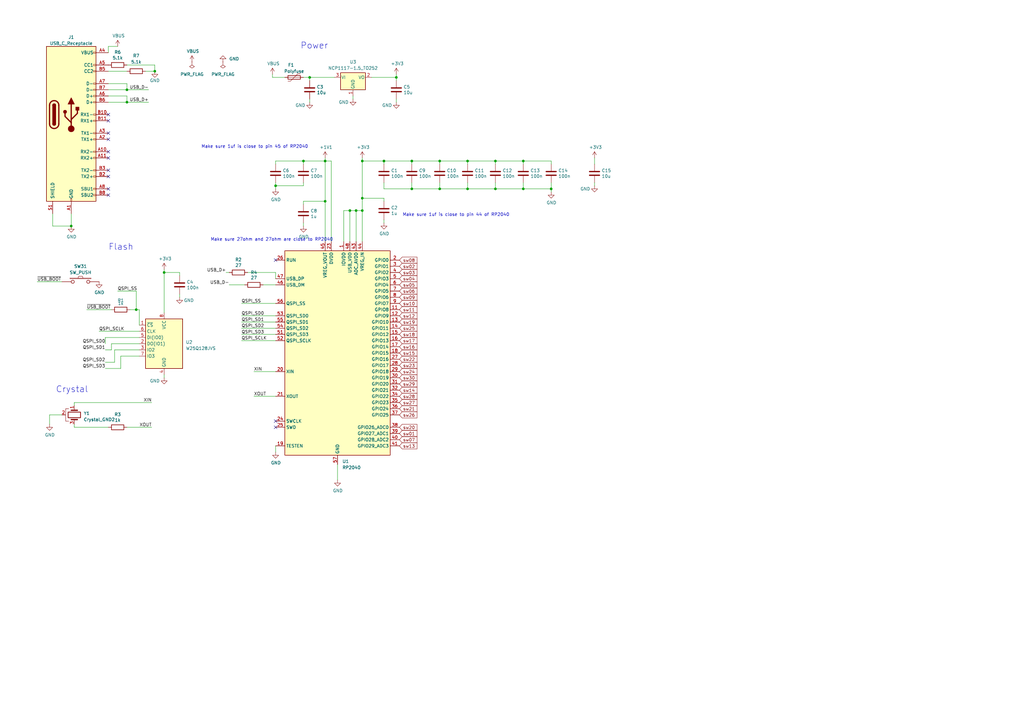
<source format=kicad_sch>
(kicad_sch (version 20230121) (generator eeschema)
  (paper "A3")
  (lib_symbols
    (symbol "Connector:USB_C_Receptacle" (pin_names (offset 1.016))
      (property "Reference" "J" (at -10.16 29.21 0))
      (property "Value" "USB_C_Receptacle" (at 10.16 29.21 0))
      (symbol "USB_C_Receptacle_1_1"
        (pin passive line (at 0 -40.64 90) (length 5.08) (name "GND") (number "A1"))
        (pin bidirectional line (at 15.24 -15.24 180) (length 5.08) (name "RX2-") (number "A10"))
        (pin bidirectional line (at 15.24 -17.78 180) (length 5.08) (name "RX2+") (number "A11"))
        (pin passive line (at 0 -40.64 90) (length 5.08) hide (name "GND") (number "A12"))
        (pin bidirectional line (at 15.24 -10.16 180) (length 5.08) (name "TX1+") (number "A2"))
        (pin bidirectional line (at 15.24 -7.62 180) (length 5.08) (name "TX1-") (number "A3"))
        (pin passive line (at 15.24 25.4 180) (length 5.08) (name "VBUS") (number "A4"))
        (pin bidirectional line (at 15.24 20.32 180) (length 5.08) (name "CC1") (number "A5"))
        (pin bidirectional line (at 15.24 7.62 180) (length 5.08) (name "D+") (number "A6"))
        (pin bidirectional line (at 15.24 12.7 180) (length 5.08) (name "D-") (number "A7"))
        (pin bidirectional line (at 15.24 -30.48 180) (length 5.08) (name "SBU1") (number "A8"))
        (pin passive line (at 15.24 25.4 180) (length 5.08) hide (name "VBUS") (number "A9"))
        (pin passive line (at 0 -40.64 90) (length 5.08) hide (name "GND") (number "B1"))
        (pin bidirectional line (at 15.24 0 180) (length 5.08) (name "RX1-") (number "B10"))
        (pin bidirectional line (at 15.24 -2.54 180) (length 5.08) (name "RX1+") (number "B11"))
        (pin passive line (at 0 -40.64 90) (length 5.08) hide (name "GND") (number "B12"))
        (pin bidirectional line (at 15.24 -25.4 180) (length 5.08) (name "TX2+") (number "B2"))
        (pin bidirectional line (at 15.24 -22.86 180) (length 5.08) (name "TX2-") (number "B3"))
        (pin passive line (at 15.24 25.4 180) (length 5.08) hide (name "VBUS") (number "B4"))
        (pin bidirectional line (at 15.24 17.78 180) (length 5.08) (name "CC2") (number "B5"))
        (pin bidirectional line (at 15.24 5.08 180) (length 5.08) (name "D+") (number "B6"))
        (pin bidirectional line (at 15.24 10.16 180) (length 5.08) (name "D-") (number "B7"))
        (pin bidirectional line (at 15.24 -33.02 180) (length 5.08) (name "SBU2") (number "B8"))
        (pin passive line (at 15.24 25.4 180) (length 5.08) hide (name "VBUS") (number "B9"))
        (pin passive line (at -7.62 -40.64 90) (length 5.08) (name "SHIELD") (number "S1"))
      )
    )
    (symbol "Device:C" (pin_numbers hide) (pin_names (offset 0.254))
      (property "Reference" "C" (at 0.635 2.54 0))
      (property "Value" "C" (at 0.635 -2.54 0))
      (symbol "C_1_1"
        (pin passive line (at 0 3.81 270) (length 2.794) (name "~") (number "1"))
        (pin passive line (at 0 -3.81 90) (length 2.794) (name "~") (number "2"))
      )
    )
    (symbol "Device:Crystal_GND2" (pin_names (offset 1.016) hide)
      (property "Reference" "Y" (at 0 5.715 0))
      (property "Value" "Crystal_GND2" (at 0 3.81 0))
      (symbol "Crystal_GND2_1_1"
        (pin passive line (at -3.81 0 0) (length 1.27) (name "1") (number "1"))
        (pin passive line (at 0 -5.08 90) (length 1.27) (name "2") (number "2"))
        (pin passive line (at 3.81 0 180) (length 1.27) (name "3") (number "3"))
      )
    )
    (symbol "Device:Polyfuse" (pin_numbers hide) (pin_names (offset 0))
      (property "Reference" "F" (at -2.54 0 90))
      (property "Value" "Polyfuse" (at 2.54 0 90))
      (symbol "Polyfuse_1_1"
        (pin passive line (at 0 3.81 270) (length 1.27) (name "~") (number "1"))
        (pin passive line (at 0 -3.81 90) (length 1.27) (name "~") (number "2"))
      )
    )
    (symbol "Device:R" (pin_numbers hide) (pin_names (offset 0))
      (property "Reference" "R" (at 2.032 0 90))
      (property "Value" "R" (at 0 0 90))
      (symbol "R_1_1"
        (pin passive line (at 0 3.81 270) (length 1.27) (name "~") (number "1"))
        (pin passive line (at 0 -3.81 90) (length 1.27) (name "~") (number "2"))
      )
    )
    (symbol "MCU_RaspberryPi:RP2040"
      (property "Reference" "U" (at 17.78 45.72 0))
      (property "Value" "RP2040" (at 17.78 43.18 0))
      (symbol "RP2040_1_1"
        (pin power_in line (at 2.54 45.72 270) (length 3.81) (name "IOVDD") (number "1"))
        (pin passive line (at 2.54 45.72 270) (length 3.81) hide (name "IOVDD") (number "10"))
        (pin bidirectional line (at 25.4 17.78 180) (length 3.81) (name "GPIO8") (number "11"))
        (pin bidirectional line (at 25.4 15.24 180) (length 3.81) (name "GPIO9") (number "12"))
        (pin bidirectional line (at 25.4 12.7 180) (length 3.81) (name "GPIO10") (number "13"))
        (pin bidirectional line (at 25.4 10.16 180) (length 3.81) (name "GPIO11") (number "14"))
        (pin bidirectional line (at 25.4 7.62 180) (length 3.81) (name "GPIO12") (number "15"))
        (pin bidirectional line (at 25.4 5.08 180) (length 3.81) (name "GPIO13") (number "16"))
        (pin bidirectional line (at 25.4 2.54 180) (length 3.81) (name "GPIO14") (number "17"))
        (pin bidirectional line (at 25.4 0 180) (length 3.81) (name "GPIO15") (number "18"))
        (pin input line (at -25.4 -38.1 0) (length 3.81) (name "TESTEN") (number "19"))
        (pin bidirectional line (at 25.4 38.1 180) (length 3.81) (name "GPIO0") (number "2"))
        (pin input line (at -25.4 -7.62 0) (length 3.81) (name "XIN") (number "20"))
        (pin passive line (at -25.4 -17.78 0) (length 3.81) (name "XOUT") (number "21"))
        (pin passive line (at 2.54 45.72 270) (length 3.81) hide (name "IOVDD") (number "22"))
        (pin power_in line (at -2.54 45.72 270) (length 3.81) (name "DVDD") (number "23"))
        (pin input line (at -25.4 -27.94 0) (length 3.81) (name "SWCLK") (number "24"))
        (pin bidirectional line (at -25.4 -30.48 0) (length 3.81) (name "SWD") (number "25"))
        (pin input line (at -25.4 38.1 0) (length 3.81) (name "RUN") (number "26"))
        (pin bidirectional line (at 25.4 -2.54 180) (length 3.81) (name "GPIO16") (number "27"))
        (pin bidirectional line (at 25.4 -5.08 180) (length 3.81) (name "GPIO17") (number "28"))
        (pin bidirectional line (at 25.4 -7.62 180) (length 3.81) (name "GPIO18") (number "29"))
        (pin bidirectional line (at 25.4 35.56 180) (length 3.81) (name "GPIO1") (number "3"))
        (pin bidirectional line (at 25.4 -10.16 180) (length 3.81) (name "GPIO19") (number "30"))
        (pin bidirectional line (at 25.4 -12.7 180) (length 3.81) (name "GPIO20") (number "31"))
        (pin bidirectional line (at 25.4 -15.24 180) (length 3.81) (name "GPIO21") (number "32"))
        (pin passive line (at 2.54 45.72 270) (length 3.81) hide (name "IOVDD") (number "33"))
        (pin bidirectional line (at 25.4 -17.78 180) (length 3.81) (name "GPIO22") (number "34"))
        (pin bidirectional line (at 25.4 -20.32 180) (length 3.81) (name "GPIO23") (number "35"))
        (pin bidirectional line (at 25.4 -22.86 180) (length 3.81) (name "GPIO24") (number "36"))
        (pin bidirectional line (at 25.4 -25.4 180) (length 3.81) (name "GPIO25") (number "37"))
        (pin bidirectional line (at 25.4 -30.48 180) (length 3.81) (name "GPIO26_ADC0") (number "38"))
        (pin bidirectional line (at 25.4 -33.02 180) (length 3.81) (name "GPIO27_ADC1") (number "39"))
        (pin bidirectional line (at 25.4 33.02 180) (length 3.81) (name "GPIO2") (number "4"))
        (pin bidirectional line (at 25.4 -35.56 180) (length 3.81) (name "GPIO28_ADC2") (number "40"))
        (pin bidirectional line (at 25.4 -38.1 180) (length 3.81) (name "GPIO29_ADC3") (number "41"))
        (pin passive line (at 2.54 45.72 270) (length 3.81) hide (name "IOVDD") (number "42"))
        (pin power_in line (at 7.62 45.72 270) (length 3.81) (name "ADC_AVDD") (number "43"))
        (pin power_in line (at 10.16 45.72 270) (length 3.81) (name "VREG_IN") (number "44"))
        (pin power_out line (at -5.08 45.72 270) (length 3.81) (name "VREG_VOUT") (number "45"))
        (pin bidirectional line (at -25.4 27.94 0) (length 3.81) (name "USB_DM") (number "46"))
        (pin bidirectional line (at -25.4 30.48 0) (length 3.81) (name "USB_DP") (number "47"))
        (pin power_in line (at 5.08 45.72 270) (length 3.81) (name "USB_VDD") (number "48"))
        (pin passive line (at 2.54 45.72 270) (length 3.81) hide (name "IOVDD") (number "49"))
        (pin bidirectional line (at 25.4 30.48 180) (length 3.81) (name "GPIO3") (number "5"))
        (pin passive line (at -2.54 45.72 270) (length 3.81) hide (name "DVDD") (number "50"))
        (pin bidirectional line (at -25.4 7.62 0) (length 3.81) (name "QSPI_SD3") (number "51"))
        (pin output line (at -25.4 5.08 0) (length 3.81) (name "QSPI_SCLK") (number "52"))
        (pin bidirectional line (at -25.4 15.24 0) (length 3.81) (name "QSPI_SD0") (number "53"))
        (pin bidirectional line (at -25.4 10.16 0) (length 3.81) (name "QSPI_SD2") (number "54"))
        (pin bidirectional line (at -25.4 12.7 0) (length 3.81) (name "QSPI_SD1") (number "55"))
        (pin bidirectional line (at -25.4 20.32 0) (length 3.81) (name "QSPI_SS") (number "56"))
        (pin power_in line (at 0 -45.72 90) (length 3.81) (name "GND") (number "57"))
        (pin bidirectional line (at 25.4 27.94 180) (length 3.81) (name "GPIO4") (number "6"))
        (pin bidirectional line (at 25.4 25.4 180) (length 3.81) (name "GPIO5") (number "7"))
        (pin bidirectional line (at 25.4 22.86 180) (length 3.81) (name "GPIO6") (number "8"))
        (pin bidirectional line (at 25.4 20.32 180) (length 3.81) (name "GPIO7") (number "9"))
      )
    )
    (symbol "Memory_Flash:W25Q128JVS"
      (property "Reference" "U" (at -8.89 8.89 0))
      (property "Value" "W25Q128JVS" (at 7.62 8.89 0))
      (symbol "W25Q128JVS_1_1"
        (pin input line (at -10.16 7.62 0) (length 2.54) (name "~{CS}") (number "1"))
        (pin bidirectional line (at -10.16 0 0) (length 2.54) (name "DO(IO1)") (number "2"))
        (pin bidirectional line (at -10.16 -2.54 0) (length 2.54) (name "IO2") (number "3"))
        (pin power_in line (at 0 -12.7 90) (length 2.54) (name "GND") (number "4"))
        (pin bidirectional line (at -10.16 2.54 0) (length 2.54) (name "DI(IO0)") (number "5"))
        (pin input line (at -10.16 5.08 0) (length 2.54) (name "CLK") (number "6"))
        (pin bidirectional line (at -10.16 -5.08 0) (length 2.54) (name "IO3") (number "7"))
        (pin power_in line (at 0 12.7 270) (length 2.54) (name "VCC") (number "8"))
      )
    )
    (symbol "Regulator_Linear:NCP1117-1.5_TO252" (pin_names (offset 0.254))
      (property "Reference" "U" (at -3.81 3.175 0))
      (property "Value" "NCP1117-1.5_TO252" (at 0 3.175 0))
      (symbol "NCP1117-1.5_TO252_1_1"
        (pin power_in line (at 0 -7.62 90) (length 2.54) (name "GND") (number "1"))
        (pin power_out line (at 7.62 0 180) (length 2.54) (name "VO") (number "2"))
        (pin power_in line (at -7.62 0 0) (length 2.54) (name "VI") (number "3"))
      )
    )
    (symbol "SW_PUSH_1" (pin_names (offset 1.016) hide)
      (property "Reference" "SW" (at 3.81 2.794 0))
      (property "Value" "SW_PUSH" (at 0 -2.032 0))
      (symbol "SW_PUSH_1_0_1"
        (pin passive inverted (at -7.62 0 0) (length 5.08) (name "1") (number "1"))
        (pin passive inverted (at 7.62 0 180) (length 5.08) (name "2") (number "2"))
      )
    )
    (symbol "SW_PUSH_2" (pin_names (offset 1.016) hide)
      (property "Reference" "SW" (at 3.81 2.794 0))
      (property "Value" "SW_PUSH" (at 0 -2.032 0))
      (symbol "SW_PUSH_2_0_1"
        (pin passive inverted (at -7.62 0 0) (length 5.08) (name "1") (number "1"))
        (pin passive inverted (at 7.62 0 180) (length 5.08) (name "2") (number "2"))
      )
    )
    (symbol "foostan:SW_PUSH" (pin_numbers hide) (pin_names (offset 1.016) hide)
      (property "Reference" "SW" (at 3.81 2.794 0))
      (property "Value" "SW_PUSH" (at 0 -2.032 0))
      (symbol "SW_PUSH_0_1"
        (pin passive inverted (at -7.62 0 0) (length 5.08) (name "1") (number "1"))
        (pin passive inverted (at 7.62 0 180) (length 5.08) (name "2") (number "2"))
      )
    )
    (symbol "power:+1V1" (power) (pin_names (offset 0))
      (property "Value" "+1V1" (at 0 3.556 0))
      (symbol "+1V1_1_1"
        (pin power_in line (at 0 0 90) (length 0) hide (name "+1V1") (number "1"))
      )
    )
    (symbol "power:+3V3" (power) (pin_names (offset 0))
      (property "Value" "+3V3" (at 0 3.556 0))
      (symbol "+3V3_1_1"
        (pin power_in line (at 0 0 90) (length 0) hide (name "+3V3") (number "1"))
      )
    )
    (symbol "power:GND" (power) (pin_names (offset 0))
      (property "Value" "GND" (at 0 -3.81 0))
      (symbol "GND_1_1"
        (pin power_in line (at 0 0 270) (length 0) hide (name "GND") (number "1"))
      )
    )
    (symbol "power:PWR_FLAG" (power) (pin_numbers hide) (pin_names (offset 0) hide)
      (property "Value" "PWR_FLAG" (at 0 3.81 0))
      (symbol "PWR_FLAG_0_0"
        (pin power_out line (at 0 0 90) (length 0) (name "pwr") (number "1"))
      )
    )
    (symbol "power:VBUS" (power) (pin_names (offset 0))
      (property "Value" "VBUS" (at 0 3.81 0))
      (symbol "VBUS_1_1"
        (pin power_in line (at 0 0 90) (length 0) hide (name "VBUS") (number "1"))
      )
    )
  )
  (junction (at 203.2 66.04))
  (junction (at 168.91 77.47))
  (junction (at 146.05 86.36))
  (junction (at 67.31 111.76))
  (junction (at 203.2 77.47))
  (junction (at 214.63 77.47))
  (junction (at 29.21 92.71))
  (junction (at 148.59 66.04))
  (junction (at 168.91 66.04))
  (junction (at 180.34 77.47))
  (junction (at 52.07 36.83))
  (junction (at 180.34 66.04))
  (junction (at 127 31.75))
  (junction (at 133.35 66.04))
  (junction (at 191.77 77.47))
  (junction (at 157.48 66.04))
  (junction (at 124.46 66.04))
  (junction (at 214.63 66.04))
  (junction (at 52.07 41.91))
  (junction (at 162.56 31.75))
  (junction (at 148.59 86.36))
  (junction (at 55.88 127))
  (junction (at 226.06 77.47))
  (junction (at 191.77 66.04))
  (junction (at 63.5 29.21))
  (junction (at 133.35 82.55))
  (junction (at 143.51 86.36))
  (junction (at 113.03 76.2))
  (junction (at 148.59 81.28))
  (no_connect (at 44.45 69.85))
  (no_connect (at 113.03 172.72))
  (no_connect (at 44.45 46.99))
  (no_connect (at 44.45 77.47))
  (no_connect (at 44.45 49.53))
  (no_connect (at 44.45 80.01))
  (no_connect (at 44.45 64.77))
  (no_connect (at 44.45 72.39))
  (no_connect (at 44.45 54.61))
  (no_connect (at 44.45 62.23))
  (no_connect (at 113.03 106.68))
  (no_connect (at 44.45 57.15))
  (no_connect (at 113.03 175.26))
  (wire (pts (xy 57.15 138.43) (xy 43.18 138.43)))
  (wire (pts (xy 148.59 81.28) (xy 157.48 81.28)))
  (wire (pts (xy 15.24 115.57) (xy 25.4 115.57)))
  (wire (pts (xy 44.45 29.21) (xy 52.07 29.21)))
  (wire (pts (xy 148.59 66.04) (xy 157.48 66.04)))
  (wire (pts (xy 144.78 39.37) (xy 144.78 40.64)))
  (wire (pts (xy 148.59 64.77) (xy 148.59 66.04)))
  (wire (pts (xy 21.59 92.71) (xy 29.21 92.71)))
  (wire (pts (xy 113.03 76.2) (xy 124.46 76.2)))
  (wire (pts (xy 157.48 90.17) (xy 157.48 91.44)))
  (wire (pts (xy 191.77 77.47) (xy 180.34 77.47)))
  (wire (pts (xy 52.07 34.29) (xy 52.07 36.83)))
  (wire (pts (xy 99.06 129.54) (xy 113.03 129.54)))
  (wire (pts (xy 140.97 86.36) (xy 143.51 86.36)))
  (wire (pts (xy 157.48 74.93) (xy 157.48 77.47)))
  (wire (pts (xy 52.07 36.83) (xy 60.96 36.83)))
  (wire (pts (xy 113.03 74.93) (xy 113.03 76.2)))
  (wire (pts (xy 180.34 74.93) (xy 180.34 77.47)))
  (wire (pts (xy 57.15 143.51) (xy 46.99 143.51)))
  (wire (pts (xy 45.72 143.51) (xy 45.72 140.97)))
  (wire (pts (xy 21.59 87.63) (xy 21.59 92.71)))
  (wire (pts (xy 99.06 132.08) (xy 113.03 132.08)))
  (wire (pts (xy 124.46 66.04) (xy 133.35 66.04)))
  (wire (pts (xy 45.72 140.97) (xy 57.15 140.97)))
  (wire (pts (xy 40.64 135.89) (xy 57.15 135.89)))
  (wire (pts (xy 52.07 39.37) (xy 52.07 41.91)))
  (wire (pts (xy 44.45 36.83) (xy 52.07 36.83)))
  (wire (pts (xy 124.46 31.75) (xy 127 31.75)))
  (wire (pts (xy 214.63 66.04) (xy 226.06 66.04)))
  (wire (pts (xy 124.46 91.44) (xy 124.46 92.71)))
  (wire (pts (xy 162.56 33.02) (xy 162.56 31.75)))
  (wire (pts (xy 168.91 66.04) (xy 180.34 66.04)))
  (wire (pts (xy 35.56 127) (xy 45.72 127)))
  (wire (pts (xy 135.89 66.04) (xy 133.35 66.04)))
  (wire (pts (xy 203.2 77.47) (xy 191.77 77.47)))
  (wire (pts (xy 55.88 119.38) (xy 55.88 127)))
  (wire (pts (xy 111.76 31.75) (xy 116.84 31.75)))
  (wire (pts (xy 168.91 67.31) (xy 168.91 66.04)))
  (wire (pts (xy 44.45 39.37) (xy 52.07 39.37)))
  (wire (pts (xy 127 33.02) (xy 127 31.75)))
  (wire (pts (xy 157.48 66.04) (xy 168.91 66.04)))
  (wire (pts (xy 99.06 134.62) (xy 113.03 134.62)))
  (wire (pts (xy 124.46 67.31) (xy 124.46 66.04)))
  (wire (pts (xy 113.03 66.04) (xy 124.46 66.04)))
  (wire (pts (xy 157.48 82.55) (xy 157.48 81.28)))
  (wire (pts (xy 168.91 74.93) (xy 168.91 77.47)))
  (wire (pts (xy 203.2 67.31) (xy 203.2 66.04)))
  (wire (pts (xy 52.07 26.67) (xy 63.5 26.67)))
  (wire (pts (xy 67.31 153.67) (xy 67.31 154.94)))
  (wire (pts (xy 52.07 41.91) (xy 60.96 41.91)))
  (wire (pts (xy 133.35 64.77) (xy 133.35 66.04)))
  (wire (pts (xy 133.35 82.55) (xy 133.35 99.06)))
  (wire (pts (xy 46.99 148.59) (xy 43.18 148.59)))
  (wire (pts (xy 135.89 99.06) (xy 135.89 66.04)))
  (wire (pts (xy 113.03 124.46) (xy 99.06 124.46)))
  (wire (pts (xy 67.31 110.49) (xy 67.31 111.76)))
  (wire (pts (xy 52.07 41.91) (xy 44.45 41.91)))
  (wire (pts (xy 107.95 116.84) (xy 113.03 116.84)))
  (wire (pts (xy 43.18 143.51) (xy 45.72 143.51)))
  (wire (pts (xy 133.35 66.04) (xy 133.35 82.55)))
  (wire (pts (xy 148.59 81.28) (xy 148.59 86.36)))
  (wire (pts (xy 143.51 86.36) (xy 143.51 99.06)))
  (wire (pts (xy 73.66 111.76) (xy 67.31 111.76)))
  (wire (pts (xy 180.34 77.47) (xy 168.91 77.47)))
  (wire (pts (xy 140.97 86.36) (xy 140.97 99.06)))
  (wire (pts (xy 180.34 67.31) (xy 180.34 66.04)))
  (wire (pts (xy 137.16 31.75) (xy 127 31.75)))
  (wire (pts (xy 214.63 67.31) (xy 214.63 66.04)))
  (wire (pts (xy 46.99 143.51) (xy 46.99 148.59)))
  (wire (pts (xy 243.84 74.93) (xy 243.84 76.2)))
  (wire (pts (xy 113.03 162.56) (xy 104.14 162.56)))
  (wire (pts (xy 162.56 31.75) (xy 162.56 30.48)))
  (wire (pts (xy 63.5 26.67) (xy 63.5 29.21)))
  (wire (pts (xy 243.84 64.77) (xy 243.84 67.31)))
  (wire (pts (xy 113.03 182.88) (xy 113.03 185.42)))
  (wire (pts (xy 111.76 30.48) (xy 111.76 31.75)))
  (wire (pts (xy 203.2 74.93) (xy 203.2 77.47)))
  (wire (pts (xy 44.45 19.05) (xy 44.45 21.59)))
  (wire (pts (xy 29.21 87.63) (xy 29.21 92.71)))
  (wire (pts (xy 99.06 137.16) (xy 113.03 137.16)))
  (wire (pts (xy 101.6 111.76) (xy 113.03 111.76)))
  (wire (pts (xy 148.59 66.04) (xy 148.59 81.28)))
  (wire (pts (xy 30.48 165.1) (xy 62.23 165.1)))
  (wire (pts (xy 73.66 113.03) (xy 73.66 111.76)))
  (wire (pts (xy 92.71 111.76) (xy 93.98 111.76)))
  (wire (pts (xy 148.59 86.36) (xy 148.59 99.06)))
  (wire (pts (xy 138.43 190.5) (xy 138.43 196.85)))
  (wire (pts (xy 191.77 74.93) (xy 191.77 77.47)))
  (wire (pts (xy 49.53 146.05) (xy 57.15 146.05)))
  (wire (pts (xy 191.77 67.31) (xy 191.77 66.04)))
  (wire (pts (xy 152.4 31.75) (xy 162.56 31.75)))
  (wire (pts (xy 113.03 139.7) (xy 99.06 139.7)))
  (wire (pts (xy 203.2 66.04) (xy 214.63 66.04)))
  (wire (pts (xy 73.66 120.65) (xy 73.66 121.92)))
  (wire (pts (xy 180.34 66.04) (xy 191.77 66.04)))
  (wire (pts (xy 146.05 99.06) (xy 146.05 86.36)))
  (wire (pts (xy 93.98 116.84) (xy 100.33 116.84)))
  (wire (pts (xy 143.51 86.36) (xy 146.05 86.36)))
  (wire (pts (xy 191.77 66.04) (xy 203.2 66.04)))
  (wire (pts (xy 214.63 74.93) (xy 214.63 77.47)))
  (wire (pts (xy 55.88 119.38) (xy 48.26 119.38)))
  (wire (pts (xy 127 40.64) (xy 127 41.91)))
  (wire (pts (xy 48.26 19.05) (xy 44.45 19.05)))
  (wire (pts (xy 226.06 67.31) (xy 226.06 66.04)))
  (wire (pts (xy 43.18 151.13) (xy 49.53 151.13)))
  (wire (pts (xy 20.32 173.99) (xy 20.32 170.18)))
  (wire (pts (xy 43.18 138.43) (xy 43.18 140.97)))
  (wire (pts (xy 63.5 29.21) (xy 59.69 29.21)))
  (wire (pts (xy 226.06 74.93) (xy 226.06 77.47)))
  (wire (pts (xy 30.48 166.37) (xy 30.48 165.1)))
  (wire (pts (xy 55.88 127) (xy 57.15 127)))
  (wire (pts (xy 146.05 86.36) (xy 148.59 86.36)))
  (wire (pts (xy 113.03 67.31) (xy 113.03 66.04)))
  (wire (pts (xy 214.63 77.47) (xy 203.2 77.47)))
  (wire (pts (xy 67.31 111.76) (xy 67.31 128.27)))
  (wire (pts (xy 49.53 151.13) (xy 49.53 146.05)))
  (wire (pts (xy 226.06 77.47) (xy 226.06 78.74)))
  (wire (pts (xy 53.34 127) (xy 55.88 127)))
  (wire (pts (xy 124.46 76.2) (xy 124.46 74.93)))
  (wire (pts (xy 57.15 127) (xy 57.15 133.35)))
  (wire (pts (xy 168.91 77.47) (xy 157.48 77.47)))
  (wire (pts (xy 162.56 40.64) (xy 162.56 41.91)))
  (wire (pts (xy 124.46 82.55) (xy 133.35 82.55)))
  (wire (pts (xy 113.03 76.2) (xy 113.03 77.47)))
  (wire (pts (xy 214.63 77.47) (xy 226.06 77.47)))
  (wire (pts (xy 113.03 111.76) (xy 113.03 114.3)))
  (wire (pts (xy 20.32 170.18) (xy 25.4 170.18)))
  (wire (pts (xy 124.46 83.82) (xy 124.46 82.55)))
  (wire (pts (xy 30.48 173.99) (xy 30.48 175.26)))
  (wire (pts (xy 30.48 175.26) (xy 44.45 175.26)))
  (wire (pts (xy 52.07 175.26) (xy 62.23 175.26)))
  (wire (pts (xy 157.48 67.31) (xy 157.48 66.04)))
  (wire (pts (xy 104.14 152.4) (xy 113.03 152.4)))
  (wire (pts (xy 52.07 34.29) (xy 44.45 34.29)))
  (text "Power" (at 123.19 20.32 0) (effects (font (size 2.54 2.54)) (justify left bottom)))
  (text "switch" (at -64.77 29.21 0) (effects (font (size 2.54 2.54)) (justify left bottom)))
  (text "Make sure 27ohm and 27ohm are close to RP2040" (at 86.36 99.06 0) (effects (font (size 1.27 1.27)) (justify left bottom)))
  (text "Make sure 1uf is close to pin 45 of RP2040" (at 82.55 60.96 0) (effects (font (size 1.27 1.27)) (justify left bottom)))
  (text "Make sure 1uf is close to pin 44 of RP2040" (at 165.1 88.9 0) (effects (font (size 1.27 1.27)) (justify left bottom)))
  (text "Flash" (at 44.45 102.87 0) (effects (font (size 2.54 2.54)) (justify left bottom)))
  (text "Crystal" (at 22.86 161.29 0) (effects (font (size 2.54 2.54)) (justify left bottom)))
  (label "QSPI_SD1" (at 99.06 132.08 0))
  (label "QSPI_SCLK" (at 40.64 135.89 0))
  (label "QSPI_SD0" (at 99.06 129.54 0))
  (label "QSPI_SD1" (at 43.18 143.51 180))
  (label "USB_D+" (at 60.96 41.91 180))
  (label "XIN" (at 62.23 165.1 180))
  (label "~{USB_BOOT}" (at 15.24 115.57 0))
  (label "QSPI_SS" (at 99.06 124.46 0))
  (label "XOUT" (at 104.14 162.56 0))
  (label "QSPI_SD2" (at 43.18 148.59 180))
  (label "USB_D-" (at 93.98 116.84 180))
  (label "QSPI_SS" (at 48.26 119.38 0))
  (label "QSPI_SD0" (at 43.18 140.97 180))
  (label "~{USB_BOOT}" (at 35.56 127 0))
  (label "USB_D+" (at 92.71 111.76 180))
  (label "QSPI_SCLK" (at 99.06 139.7 0))
  (label "USB_D-" (at 60.96 36.83 180))
  (label "QSPI_SD3" (at 99.06 137.16 0))
  (label "XOUT" (at 62.23 175.26 180))
  (label "QSPI_SD2" (at 99.06 134.62 0))
  (label "QSPI_SD3" (at 43.18 151.13 180))
  (label "XIN" (at 104.14 152.4 0))
  (global_label "sw01" (shape input) (at -177.8 50.8 270) (property "Intersheetrefs" "${INTERSHEET_REFS}" (effects hide)))
  (global_label "sw13" (shape input) (at -177.8 101.6 270) (property "Intersheetrefs" "${INTERSHEET_REFS}" (effects hide)))
  (global_label "sw20" (shape input) (at 163.83 175.26 0) (property "Intersheetrefs" "${INTERSHEET_REFS}" (effects hide)))
  (global_label "sw14" (shape input) (at -152.4 101.6 270) (property "Intersheetrefs" "${INTERSHEET_REFS}" (effects hide)))
  (global_label "sw07" (shape input) (at -177.8 76.2 270) (property "Intersheetrefs" "${INTERSHEET_REFS}" (effects hide)))
  (global_label "sw04" (shape input) (at -101.6 50.8 270) (property "Intersheetrefs" "${INTERSHEET_REFS}" (effects hide)))
  (global_label "sw25" (shape input) (at -25.4 127 270) (property "Intersheetrefs" "${INTERSHEET_REFS}" (effects hide)))
  (global_label "sw19" (shape input) (at -25.4 101.6 270) (property "Intersheetrefs" "${INTERSHEET_REFS}" (effects hide)))
  (global_label "sw21" (shape input) (at 163.83 167.64 0) (property "Intersheetrefs" "${INTERSHEET_REFS}" (effects hide)))
  (global_label "sw23" (shape input) (at 163.83 149.86 0) (property "Intersheetrefs" "${INTERSHEET_REFS}" (effects hide)))
  (global_label "sw10" (shape input) (at 163.83 124.46 0) (property "Intersheetrefs" "${INTERSHEET_REFS}" (effects hide)))
  (global_label "sw16" (shape input) (at -101.6 101.6 270) (property "Intersheetrefs" "${INTERSHEET_REFS}" (effects hide)))
  (global_label "sw24" (shape input) (at -50.8 127 270) (property "Intersheetrefs" "${INTERSHEET_REFS}" (effects hide)))
  (global_label "sw02" (shape input) (at -152.4 50.8 270) (property "Intersheetrefs" "${INTERSHEET_REFS}" (effects hide)))
  (global_label "sw15" (shape input) (at -127 101.6 270) (property "Intersheetrefs" "${INTERSHEET_REFS}" (effects hide)))
  (global_label "sw29" (shape input) (at 163.83 157.48 0) (property "Intersheetrefs" "${INTERSHEET_REFS}" (effects hide)))
  (global_label "sw12" (shape input) (at -50.8 76.2 270) (property "Intersheetrefs" "${INTERSHEET_REFS}" (effects hide)))
  (global_label "sw18" (shape input) (at 163.83 137.16 0) (property "Intersheetrefs" "${INTERSHEET_REFS}" (effects hide)))
  (global_label "sw11" (shape input) (at -76.2 76.2 270) (property "Intersheetrefs" "${INTERSHEET_REFS}" (effects hide)))
  (global_label "sw23" (shape input) (at -76.2 127 270) (property "Intersheetrefs" "${INTERSHEET_REFS}" (effects hide)))
  (global_label "sw12" (shape input) (at 163.83 129.54 0) (property "Intersheetrefs" "${INTERSHEET_REFS}" (effects hide)))
  (global_label "sw08" (shape input) (at 163.83 106.68 0) (property "Intersheetrefs" "${INTERSHEET_REFS}" (effects hide)))
  (global_label "sw27" (shape input) (at -101.6 152.4 270) (property "Intersheetrefs" "${INTERSHEET_REFS}" (effects hide)))
  (global_label "sw30" (shape input) (at -25.4 152.4 270) (property "Intersheetrefs" "${INTERSHEET_REFS}" (effects hide)))
  (global_label "sw17" (shape input) (at 163.83 139.7 0) (property "Intersheetrefs" "${INTERSHEET_REFS}" (effects hide)))
  (global_label "sw06" (shape input) (at 163.83 119.38 0) (property "Intersheetrefs" "${INTERSHEET_REFS}" (effects hide)))
  (global_label "sw27" (shape input) (at 163.83 165.1 0) (property "Intersheetrefs" "${INTERSHEET_REFS}" (effects hide)))
  (global_label "sw22" (shape input) (at 163.83 147.32 0) (property "Intersheetrefs" "${INTERSHEET_REFS}" (effects hide)))
  (global_label "sw09" (shape input) (at -127 76.2 270) (property "Intersheetrefs" "${INTERSHEET_REFS}" (effects hide)))
  (global_label "sw08" (shape input) (at -152.4 76.2 270) (property "Intersheetrefs" "${INTERSHEET_REFS}" (effects hide)))
  (global_label "sw13" (shape input) (at 163.83 182.88 0) (property "Intersheetrefs" "${INTERSHEET_REFS}" (effects hide)))
  (global_label "sw05" (shape input) (at 163.83 116.84 0) (property "Intersheetrefs" "${INTERSHEET_REFS}" (effects hide)))
  (global_label "sw15" (shape input) (at 163.83 144.78 0) (property "Intersheetrefs" "${INTERSHEET_REFS}" (effects hide)))
  (global_label "sw10" (shape input) (at -101.6 76.2 270) (property "Intersheetrefs" "${INTERSHEET_REFS}" (effects hide)))
  (global_label "sw29" (shape input) (at -50.8 152.4 270) (property "Intersheetrefs" "${INTERSHEET_REFS}" (effects hide)))
  (global_label "sw05" (shape input) (at -76.2 50.8 270) (property "Intersheetrefs" "${INTERSHEET_REFS}" (effects hide)))
  (global_label "sw09" (shape input) (at 163.83 121.92 0) (property "Intersheetrefs" "${INTERSHEET_REFS}" (effects hide)))
  (global_label "sw26" (shape input) (at 163.83 170.18 0) (property "Intersheetrefs" "${INTERSHEET_REFS}" (effects hide)))
  (global_label "sw26" (shape input) (at -177.8 152.4 270) (property "Intersheetrefs" "${INTERSHEET_REFS}" (effects hide)))
  (global_label "sw28" (shape input) (at 163.83 162.56 0) (property "Intersheetrefs" "${INTERSHEET_REFS}" (effects hide)))
  (global_label "sw07" (shape input) (at 163.83 180.34 0) (property "Intersheetrefs" "${INTERSHEET_REFS}" (effects hide)))
  (global_label "sw21" (shape input) (at -152.4 127 270) (property "Intersheetrefs" "${INTERSHEET_REFS}" (effects hide)))
  (global_label "sw01" (shape input) (at 163.83 177.8 0) (property "Intersheetrefs" "${INTERSHEET_REFS}" (effects hide)))
  (global_label "sw04" (shape input) (at 163.83 114.3 0) (property "Intersheetrefs" "${INTERSHEET_REFS}" (effects hide)))
  (global_label "sw24" (shape input) (at 163.83 152.4 0) (property "Intersheetrefs" "${INTERSHEET_REFS}" (effects hide)))
  (global_label "sw14" (shape input) (at 163.83 160.02 0) (property "Intersheetrefs" "${INTERSHEET_REFS}" (effects hide)))
  (global_label "sw22" (shape input) (at -101.6 127 270) (property "Intersheetrefs" "${INTERSHEET_REFS}" (effects hide)))
  (global_label "sw28" (shape input) (at -76.2 152.4 270) (property "Intersheetrefs" "${INTERSHEET_REFS}" (effects hide)))
  (global_label "sw06" (shape input) (at -50.8 50.8 270) (property "Intersheetrefs" "${INTERSHEET_REFS}" (effects hide)))
  (global_label "sw25" (shape input) (at 163.83 134.62 0) (property "Intersheetrefs" "${INTERSHEET_REFS}" (effects hide)))
  (global_label "sw17" (shape input) (at -76.2 101.6 270) (property "Intersheetrefs" "${INTERSHEET_REFS}" (effects hide)))
  (global_label "sw30" (shape input) (at 163.83 154.94 0) (property "Intersheetrefs" "${INTERSHEET_REFS}" (effects hide)))
  (global_label "sw11" (shape input) (at 163.83 127 0) (property "Intersheetrefs" "${INTERSHEET_REFS}" (effects hide)))
  (global_label "sw03" (shape input) (at 163.83 111.76 0) (property "Intersheetrefs" "${INTERSHEET_REFS}" (effects hide)))
  (global_label "sw20" (shape input) (at -177.8 127 270) (property "Intersheetrefs" "${INTERSHEET_REFS}" (effects hide)))
  (global_label "sw02" (shape input) (at 163.83 109.22 0) (property "Intersheetrefs" "${INTERSHEET_REFS}" (effects hide)))
  (global_label "sw03" (shape input) (at -127 50.8 270) (property "Intersheetrefs" "${INTERSHEET_REFS}" (effects hide)))
  (global_label "sw16" (shape input) (at 163.83 142.24 0) (property "Intersheetrefs" "${INTERSHEET_REFS}" (effects hide)))
  (global_label "sw18" (shape input) (at -50.8 101.6 270) (property "Intersheetrefs" "${INTERSHEET_REFS}" (effects hide)))
  (global_label "sw19" (shape input) (at 163.83 132.08 0) (property "Intersheetrefs" "${INTERSHEET_REFS}" (effects hide)))
  (symbol (lib_id "power:GND") (at 20.32 173.99 0) (unit 1)
    (property "Reference" "#PWR033" (effects hide))
    (property "Value" "GND" (at 20.447 178.3842 0))
  )
  (symbol (lib_id "power:GND") (at -60.96 152.4 0) (unit 1)
    (property "Reference" "#PWR025" (effects hide))
    (property "Value" "GND" (at -60.96 157.48 0))
  )
  (symbol (lib_id "Device:R") (at 48.26 26.67 270) (unit 1)
    (property "Reference" "R6" (at 48.26 21.4122 90))
    (property "Value" "5.1k" (at 48.26 23.7236 90))
    (property "Footprint" "Capacitor_SMD:C_0402_1005Metric" (effects hide))
  )
  (symbol (lib_id "foostan:SW_PUSH") (at -93.98 76.2 0) (unit 1)
    (property "Reference" "SW10" (at -93.98 69.85 0))
    (property "Value" "SW_PUSH" (at -93.98 72.39 0))
    (property "Footprint" "mylib:GLP2-nitingale" (effects hide))
  )
  (symbol (lib_id "power:GND") (at -10.16 101.6 0) (unit 1)
    (property "Reference" "#PWR019" (effects hide))
    (property "Value" "GND" (at -10.16 106.68 0))
  )
  (symbol (lib_id "power:GND") (at -86.36 152.4 0) (unit 1)
    (property "Reference" "#PWR024" (effects hide))
    (property "Value" "GND" (at -86.36 157.48 0))
  )
  (symbol (lib_id "foostan:SW_PUSH") (at -17.78 101.6 0) (unit 1)
    (property "Reference" "SW19" (at -17.78 95.25 0))
    (property "Value" "SW_PUSH" (at -17.78 97.79 0))
    (property "Footprint" "mylib:GLP2-nitingale" (effects hide))
  )
  (symbol (lib_id "power:+3V3") (at 162.56 30.48 0) (unit 1)
    (property "Reference" "#PWR040" (effects hide))
    (property "Value" "+3V3" (at 162.941 26.0858 0))
  )
  (symbol (lib_id "Regulator_Linear:NCP1117-1.5_TO252") (at 144.78 31.75 0) (unit 1)
    (property "Reference" "U3" (at 144.78 25.4 0))
    (property "Value" "NCP1117-1.5_TO252" (at 144.78 27.94 0))
    (property "Footprint" "Package_TO_SOT_SMD:TO-252-2" (effects hide))
    (property "Datasheet" "http://www.onsemi.com/pub_link/Collateral/NCP1117-D.PDF" (effects hide))
  )
  (symbol (lib_id "power:+3V3") (at 148.59 64.77 0) (unit 1)
    (property "Reference" "#PWR047" (effects hide))
    (property "Value" "+3V3" (at 148.971 60.3758 0))
  )
  (symbol (lib_id "power:GND") (at 127 41.91 0) (unit 1)
    (property "Reference" "#PWR035" (effects hide))
    (property "Value" "GND" (at 123.19 43.18 0))
  )
  (symbol (lib_id "power:GND") (at -35.56 101.6 0) (unit 1)
    (property "Reference" "#PWR018" (effects hide))
    (property "Value" "GND" (at -35.56 106.68 0))
  )
  (symbol (lib_id "Device:C") (at 157.48 71.12 0) (unit 1)
    (property "Reference" "C1" (at 160.401 69.9516 0) (effects (justify left)))
    (property "Value" "100n" (at 160.401 72.263 0) (effects (justify left)))
    (property "Footprint" "Capacitor_SMD:C_0402_1005Metric" (effects hide))
  )
  (symbol (lib_id "foostan:SW_PUSH") (at -43.18 76.2 0) (unit 1)
    (property "Reference" "SW12" (at -43.18 69.85 0))
    (property "Value" "SW_PUSH" (at -43.18 72.39 0))
    (property "Footprint" "mylib:GLP2-nitingale" (effects hide))
  )
  (symbol (lib_id "power:GND") (at 113.03 185.42 0) (unit 1)
    (property "Reference" "#PWR045" (effects hide))
    (property "Value" "GND" (at 113.157 189.8142 0))
  )
  (symbol (lib_id "foostan:SW_PUSH") (at -170.18 76.2 0) (unit 1)
    (property "Reference" "SW7" (at -170.18 69.85 0))
    (property "Value" "SW_PUSH" (at -170.18 72.39 0))
    (property "Footprint" "mylib:GLP2-nitingale" (effects hide))
  )
  (symbol (lib_id "foostan:SW_PUSH") (at -17.78 127 0) (unit 1)
    (property "Reference" "SW25" (at -17.78 120.65 0))
    (property "Value" "SW_PUSH" (at -17.78 123.19 0))
    (property "Footprint" "mylib:GLP2-nitingale" (effects hide))
  )
  (symbol (lib_id "Connector:USB_C_Receptacle") (at 29.21 46.99 0) (unit 1)
    (property "Reference" "J1" (at 29.21 15.24 0))
    (property "Value" "USB_C_Receptacle" (at 29.21 17.78 0))
    (property "Footprint" "Connector_USB:USB_C_Receptacle_HRO_TYPE-C-31-M-12" (effects hide))
    (property "Datasheet" "https://www.usb.org/sites/default/files/documents/usb_type-c.zip" (effects hide))
  )
  (symbol (lib_id "Device:R") (at 55.88 29.21 270) (unit 1)
    (property "Reference" "R7" (at 55.88 22.86 90))
    (property "Value" "5.1k" (at 55.88 25.4 90))
    (property "Footprint" "Capacitor_SMD:C_0402_1005Metric" (effects hide))
  )
  (symbol (lib_id "foostan:SW_PUSH") (at -93.98 101.6 0) (unit 1)
    (property "Reference" "SW16" (at -93.98 95.25 0))
    (property "Value" "SW_PUSH" (at -93.98 97.79 0))
    (property "Footprint" "mylib:GLP2-nitingale" (effects hide))
  )
  (symbol (lib_id "foostan:SW_PUSH") (at -170.18 101.6 180) (unit 1)
    (property "Reference" "SW13" (at -170.18 97.79 0))
    (property "Value" "SW_PUSH" (at -170.18 100.33 0))
    (property "Footprint" "mylib:GLP2-nitingale" (effects hide))
  )
  (symbol (lib_id "foostan:SW_PUSH") (at -68.58 127 0) (unit 1)
    (property "Reference" "SW23" (at -68.58 120.65 0))
    (property "Value" "SW_PUSH" (at -68.58 123.19 0))
    (property "Footprint" "mylib:GLP2-nitingale" (effects hide))
  )
  (symbol (lib_id "foostan:SW_PUSH") (at -119.38 50.8 0) (unit 1)
    (property "Reference" "SW3" (at -119.38 44.45 0))
    (property "Value" "SW_PUSH" (at -119.38 46.99 0))
    (property "Footprint" "mylib:GLP2-nitingale" (effects hide))
  )
  (symbol (lib_id "power:GND") (at -60.96 50.8 0) (unit 1)
    (property "Reference" "#PWR05" (effects hide))
    (property "Value" "GND" (at -60.96 55.88 0))
  )
  (symbol (lib_id "foostan:SW_PUSH") (at -144.78 101.6 0) (unit 1)
    (property "Reference" "SW14" (at -144.78 95.25 0))
    (property "Value" "SW_PUSH" (at -144.78 97.79 0))
    (property "Footprint" "mylib:GLP2-nitingale" (effects hide))
  )
  (symbol (lib_id "power:GND") (at -86.36 50.8 0) (unit 1)
    (property "Reference" "#PWR04" (effects hide))
    (property "Value" "GND" (at -86.36 55.88 0))
  )
  (symbol (lib_id "power:GND") (at -162.56 50.8 0) (unit 1)
    (property "Reference" "#PWR01" (effects hide))
    (property "Value" "GND" (at -162.56 55.88 0))
  )
  (symbol (lib_id "Memory_Flash:W25Q128JVS") (at 67.31 140.97 0) (unit 1)
    (property "Reference" "U2" (at 76.2 140.335 0) (effects (justify left)))
    (property "Value" "W25Q128JVS" (at 76.2 142.875 0) (effects (justify left)))
    (property "Footprint" "Package_SON:WSON-8-1EP_6x5mm_P1.27mm_EP3.4x4.3mm" (effects hide))
    (property "Datasheet" "http://www.winbond.com/resource-files/w25q128jv_dtr%20revc%2003272018%20plus.pdf" (effects hide))
  )
  (symbol (lib_id "Device:R") (at 97.79 111.76 270) (unit 1)
    (property "Reference" "R2" (at 97.79 106.5022 90))
    (property "Value" "27" (at 97.79 108.8136 90))
    (property "Footprint" "Capacitor_SMD:C_0402_1005Metric" (effects hide))
  )
  (symbol (lib_id "power:GND") (at -137.16 101.6 0) (unit 1)
    (property "Reference" "#PWR014" (effects hide))
    (property "Value" "GND" (at -137.16 106.68 0))
  )
  (symbol (lib_id "power:GND") (at -86.36 76.2 0) (unit 1)
    (property "Reference" "#PWR09" (effects hide))
    (property "Value" "GND" (at -86.36 81.28 0))
  )
  (symbol (lib_id "power:GND") (at -35.56 127 0) (unit 1)
    (property "Reference" "#PWR021" (effects hide))
    (property "Value" "GND" (at -35.56 132.08 0))
  )
  (symbol (lib_id "foostan:SW_PUSH") (at 33.02 115.57 0) (unit 1)
    (property "Reference" "SW31" (at 33.02 109.22 0))
    (property "Value" "SW_PUSH" (at 33.02 111.76 0))
    (property "Footprint" "Button_Switch_SMD:SW_Push_1P1T_NO_Vertical_Wuerth_434133025816" (effects hide))
  )
  (symbol (lib_id "power:GND") (at -111.76 101.6 0) (unit 1)
    (property "Reference" "#PWR015" (effects hide))
    (property "Value" "GND" (at -111.76 106.68 0))
  )
  (symbol (lib_id "power:GND") (at -10.16 127 0) (unit 1)
    (property "Reference" "#PWR020" (effects hide))
    (property "Value" "GND" (at -10.16 132.08 0))
  )
  (symbol (lib_id "power:GND") (at 243.84 76.2 0) (unit 1)
    (property "Reference" "#PWR054" (effects hide))
    (property "Value" "GND" (at 240.03 77.47 0))
  )
  (symbol (lib_id "Device:C") (at 73.66 116.84 0) (unit 1)
    (property "Reference" "C4" (at 76.581 115.6716 0) (effects (justify left)))
    (property "Value" "100n" (at 76.581 117.983 0) (effects (justify left)))
    (property "Footprint" "Capacitor_SMD:C_0402_1005Metric" (effects hide))
  )
  (symbol (lib_id "Device:C") (at 203.2 71.12 0) (unit 1)
    (property "Reference" "C12" (at 206.121 69.9516 0) (effects (justify left)))
    (property "Value" "100n" (at 206.121 72.263 0) (effects (justify left)))
    (property "Footprint" "Capacitor_SMD:C_0402_1005Metric" (effects hide))
  )
  (symbol (lib_id "power:GND") (at -10.16 152.4 0) (unit 1)
    (property "Reference" "#PWR027" (effects hide))
    (property "Value" "GND" (at -10.16 157.48 0))
  )
  (symbol (lib_id "Device:C") (at 162.56 36.83 0) (unit 1)
    (property "Reference" "C5" (at 165.481 35.6616 0) (effects (justify left)))
    (property "Value" "10u" (at 165.481 37.973 0) (effects (justify left)))
    (property "Footprint" "Capacitor_SMD:C_0402_1005Metric" (effects hide))
  )
  (symbol (lib_id "foostan:SW_PUSH") (at -43.18 50.8 0) (unit 1)
    (property "Reference" "SW6" (at -43.18 44.45 0))
    (property "Value" "SW_PUSH" (at -43.18 46.99 0))
    (property "Footprint" "mylib:GLP2-nitingale" (effects hide))
  )
  (symbol (lib_id "power:PWR_FLAG") (at 91.44 25.4 180) (unit 1)
    (property "Reference" "#FLG02" (effects hide))
    (property "Value" "PWR_FLAG" (at 91.44 30.48 0))
  )
  (symbol (lib_id "power:GND") (at -137.16 127 0) (unit 1)
    (property "Reference" "#PWR029" (effects hide))
    (property "Value" "GND" (at -137.16 132.08 0))
  )
  (symbol (lib_id "foostan:SW_PUSH") (at -68.58 101.6 0) (unit 1)
    (property "Reference" "SW17" (at -68.58 95.25 0))
    (property "Value" "SW_PUSH" (at -68.58 97.79 0))
    (property "Footprint" "mylib:GLP2-nitingale" (effects hide))
  )
  (symbol (lib_id "power:VBUS") (at 111.76 30.48 0) (unit 1)
    (property "Reference" "#PWR034" (effects hide))
    (property "Value" "VBUS" (at 112.141 26.0858 0))
  )
  (symbol (lib_id "power:GND") (at 162.56 41.91 0) (unit 1)
    (property "Reference" "#PWR041" (effects hide))
    (property "Value" "GND" (at 158.75 43.18 0))
  )
  (symbol (lib_id "power:GND") (at -137.16 76.2 0) (unit 1)
    (property "Reference" "#PWR011" (effects hide))
    (property "Value" "GND" (at -137.16 81.28 0))
  )
  (symbol (lib_id "foostan:SW_PUSH") (at -144.78 76.2 0) (unit 1)
    (property "Reference" "SW8" (at -144.78 69.85 0))
    (property "Value" "SW_PUSH" (at -144.78 72.39 0))
    (property "Footprint" "mylib:GLP2-nitingale" (effects hide))
  )
  (symbol (lib_id "foostan:SW_PUSH") (at -17.78 152.4 0) (unit 1)
    (property "Reference" "SW30" (at -17.78 146.05 0))
    (property "Value" "SW_PUSH" (at -17.78 148.59 0))
    (property "Footprint" "mylib:GLP2-nitingale" (effects hide))
  )
  (symbol (lib_id "foostan:SW_PUSH") (at -170.18 50.8 180) (unit 1)
    (property "Reference" "SW1" (at -170.18 46.99 0))
    (property "Value" "SW_PUSH" (at -170.18 49.53 0))
    (property "Footprint" "mylib:GLP2-nitingale" (effects hide))
  )
  (symbol (lib_id "power:GND") (at -162.56 152.4 0) (unit 1)
    (property "Reference" "#PWR030" (effects hide))
    (property "Value" "GND" (at -162.56 157.48 0))
  )
  (symbol (lib_id "foostan:SW_PUSH") (at -144.78 50.8 180) (unit 1)
    (property "Reference" "SW2" (at -144.78 46.99 0))
    (property "Value" "SW_PUSH" (at -144.78 49.53 0))
    (property "Footprint" "mylib:GLP2-nitingale" (effects hide))
  )
  (symbol (lib_id "foostan:SW_PUSH") (at -93.98 152.4 0) (unit 1)
    (property "Reference" "SW27" (at -93.98 146.05 0))
    (property "Value" "SW_PUSH" (at -93.98 148.59 0))
    (property "Footprint" "mylib:GLP2-nitingale" (effects hide))
  )
  (symbol (lib_id "power:GND") (at -162.56 76.2 0) (unit 1)
    (property "Reference" "#PWR012" (effects hide))
    (property "Value" "GND" (at -162.56 81.28 0))
  )
  (symbol (lib_id "power:GND") (at -35.56 76.2 0) (unit 1)
    (property "Reference" "#PWR07" (effects hide))
    (property "Value" "GND" (at -35.56 81.28 0))
  )
  (symbol (lib_id "power:GND") (at -60.96 76.2 0) (unit 1)
    (property "Reference" "#PWR08" (effects hide))
    (property "Value" "GND" (at -60.96 81.28 0))
  )
  (symbol (lib_id "foostan:SW_PUSH") (at -68.58 152.4 0) (unit 1)
    (property "Reference" "SW28" (at -68.58 146.05 0))
    (property "Value" "SW_PUSH" (at -68.58 148.59 0))
    (property "Footprint" "mylib:GLP2-nitingale" (effects hide))
  )
  (symbol (lib_id "power:GND") (at 40.64 115.57 0) (unit 1)
    (property "Reference" "#PWR032" (effects hide))
    (property "Value" "GND" (at 40.767 119.9642 0))
  )
  (symbol (lib_id "foostan:SW_PUSH") (at -43.18 127 0) (unit 1)
    (property "Reference" "SW24" (at -43.18 120.65 0))
    (property "Value" "SW_PUSH" (at -43.18 123.19 0))
    (property "Footprint" "mylib:GLP2-nitingale" (effects hide))
  )
  (symbol (lib_id "Device:C") (at 243.84 71.12 0) (unit 1)
    (property "Reference" "C15" (at 246.761 69.9516 0) (effects (justify left)))
    (property "Value" "10u" (at 246.761 72.263 0) (effects (justify left)))
    (property "Footprint" "Capacitor_SMD:C_0402_1005Metric" (effects hide))
  )
  (symbol (lib_id "Device:C") (at 127 36.83 0) (unit 1)
    (property "Reference" "C3" (at 129.921 35.6616 0) (effects (justify left)))
    (property "Value" "10u" (at 129.921 37.973 0) (effects (justify left)))
    (property "Footprint" "Capacitor_SMD:C_0402_1005Metric" (effects hide))
  )
  (symbol (lib_id "Device:Crystal_GND2") (at 30.48 170.18 270) (unit 1)
    (property "Reference" "Y1" (at 34.29 169.545 90) (effects (justify left)))
    (property "Value" "Crystal_GND2" (at 34.29 172.085 90) (effects (justify left)))
    (property "Footprint" "Crystal:Resonator_SMD_Murata_CSTxExxV-3Pin_3.0x1.1mm" (effects hide))
  )
  (symbol (lib_id "power:GND") (at 29.21 92.71 0) (unit 1)
    (property "Reference" "#PWR031" (effects hide))
    (property "Value" "GND" (at 29.337 97.1042 0))
  )
  (symbol (lib_id "power:GND") (at -111.76 50.8 0) (unit 1)
    (property "Reference" "#PWR03" (effects hide))
    (property "Value" "GND" (at -111.76 55.88 0))
  )
  (symbol (lib_id "power:GND") (at -35.56 50.8 0) (unit 1)
    (property "Reference" "#PWR06" (effects hide))
    (property "Value" "GND" (at -35.56 55.88 0))
  )
  (symbol (lib_id "power:GND") (at 73.66 121.92 0) (unit 1)
    (property "Reference" "#PWR039" (effects hide))
    (property "Value" "GND" (at 77.47 123.19 0))
  )
  (symbol (lib_id "power:GND") (at -111.76 76.2 0) (unit 1)
    (property "Reference" "#PWR010" (effects hide))
    (property "Value" "GND" (at -111.76 81.28 0))
  )
  (symbol (lib_id "foostan:SW_PUSH") (at -119.38 76.2 0) (unit 1)
    (property "Reference" "SW9" (at -119.38 69.85 0))
    (property "Value" "SW_PUSH" (at -119.38 72.39 0))
    (property "Footprint" "mylib:GLP2-nitingale" (effects hide))
  )
  (symbol (lib_id "Device:C") (at 157.48 86.36 0) (unit 1)
    (property "Reference" "C2" (at 160.401 85.1916 0) (effects (justify left)))
    (property "Value" "1u" (at 160.401 87.503 0) (effects (justify left)))
    (property "Footprint" "Capacitor_SMD:C_0402_1005Metric" (effects hide))
  )
  (symbol (lib_id "power:GND") (at 138.43 196.85 0) (unit 1)
    (property "Reference" "#PWR046" (effects hide))
    (property "Value" "GND" (at 138.557 201.2442 0))
  )
  (symbol (lib_id "power:GND") (at 144.78 40.64 0) (unit 1)
    (property "Reference" "#PWR036" (effects hide))
    (property "Value" "GND" (at 140.97 41.91 0))
  )
  (symbol (lib_id "power:+1V1") (at 133.35 64.77 0) (unit 1)
    (property "Reference" "#PWR044" (effects hide))
    (property "Value" "+1V1" (at 133.731 60.3758 0))
  )
  (symbol (lib_id "power:GND") (at 226.06 78.74 0) (unit 1)
    (property "Reference" "#PWR049" (effects hide))
    (property "Value" "GND" (at 226.187 83.1342 0))
  )
  (symbol (lib_id "foostan:SW_PUSH") (at -144.78 127 0) (unit 1)
    (property "Reference" "SW21" (at -144.78 120.65 0))
    (property "Value" "SW_PUSH" (at -144.78 123.19 0))
    (property "Footprint" "mylib:GLP2-nitingale" (effects hide))
  )
  (symbol (lib_id "Device:R") (at 49.53 127 270) (unit 1)
    (property "Reference" "R1" (at 49.53 123.19 90))
    (property "Value" "1k" (at 49.53 124.46 90))
    (property "Footprint" "Capacitor_SMD:C_0402_1005Metric" (effects hide))
  )
  (symbol (lib_id "power:GND") (at -162.56 101.6 0) (unit 1)
    (property "Reference" "#PWR013" (effects hide))
    (property "Value" "GND" (at -162.56 106.68 0))
  )
  (symbol (lib_id "power:VBUS") (at 78.74 25.4 0) (unit 1)
    (property "Reference" "#PWR051" (effects hide))
    (property "Value" "VBUS" (at 79.121 21.0058 0))
  )
  (symbol (lib_id "Device:Polyfuse") (at 120.65 31.75 90) (unit 1)
    (property "Reference" "F1" (at 119.38 26.67 90))
    (property "Value" "Polyfuse" (at 120.65 29.21 90))
    (property "Footprint" "Fuse:Fuse_0805_2012Metric" (effects hide))
  )
  (symbol (lib_id "Device:R") (at 104.14 116.84 270) (unit 1)
    (property "Reference" "R4" (at 104.14 111.76 90))
    (property "Value" "27" (at 104.14 113.8936 90))
    (property "Footprint" "Capacitor_SMD:C_0402_1005Metric" (effects hide))
  )
  (symbol (lib_id "power:+3V3") (at 243.84 64.77 0) (unit 1)
    (property "Reference" "#PWR053" (effects hide))
    (property "Value" "+3V3" (at 244.221 60.3758 0))
  )
  (symbol (lib_id "foostan:SW_PUSH") (at -68.58 50.8 0) (unit 1)
    (property "Reference" "SW5" (at -68.58 44.45 0))
    (property "Value" "SW_PUSH" (at -68.58 46.99 0))
    (property "Footprint" "mylib:GLP2-nitingale" (effects hide))
  )
  (symbol (lib_id "power:GND") (at 124.46 92.71 0) (unit 1)
    (property "Reference" "#PWR043" (effects hide))
    (property "Value" "GND" (at 124.587 97.1042 0))
  )
  (symbol (lib_id "foostan:SW_PUSH") (at -119.38 101.6 0) (unit 1)
    (property "Reference" "SW15" (at -119.38 95.25 0))
    (property "Value" "SW_PUSH" (at -119.38 97.79 0))
    (property "Footprint" "mylib:GLP2-nitingale" (effects hide))
  )
  (symbol (lib_id "Device:C") (at 124.46 71.12 0) (unit 1)
    (property "Reference" "C7" (at 127.381 69.9516 0) (effects (justify left)))
    (property "Value" "100n" (at 127.381 72.263 0) (effects (justify left)))
    (property "Footprint" "Capacitor_SMD:C_0402_1005Metric" (effects hide))
  )
  (symbol (lib_id "Device:C") (at 191.77 71.12 0) (unit 1)
    (property "Reference" "C11" (at 194.691 69.9516 0) (effects (justify left)))
    (property "Value" "100n" (at 194.691 72.263 0) (effects (justify left)))
    (property "Footprint" "Capacitor_SMD:C_0402_1005Metric" (effects hide))
  )
  (symbol (lib_id "power:GND") (at 91.44 25.4 180) (unit 1)
    (property "Reference" "#PWR052" (effects hide))
    (property "Value" "GND" (at 93.98 24.1299 0) (effects (justify right)))
  )
  (symbol (lib_id "Device:C") (at 124.46 87.63 0) (unit 1)
    (property "Reference" "C8" (at 127.381 86.4616 0) (effects (justify left)))
    (property "Value" "1u" (at 127.381 88.773 0) (effects (justify left)))
    (property "Footprint" "Capacitor_SMD:C_0402_1005Metric" (effects hide))
  )
  (symbol (lib_id "foostan:SW_PUSH") (at -93.98 127 0) (unit 1)
    (property "Reference" "SW22" (at -93.98 120.65 0))
    (property "Value" "SW_PUSH" (at -93.98 123.19 0))
    (property "Footprint" "mylib:GLP2-nitingale" (effects hide))
  )
  (symbol (lib_id "power:GND") (at 67.31 154.94 0) (unit 1)
    (property "Reference" "#PWR038" (effects hide))
    (property "Value" "GND" (at 63.5 156.21 0))
  )
  (symbol (lib_id "Device:C") (at 226.06 71.12 0) (unit 1)
    (property "Reference" "C14" (at 228.981 69.9516 0) (effects (justify left)))
    (property "Value" "100n" (at 228.981 72.263 0) (effects (justify left)))
    (property "Footprint" "Capacitor_SMD:C_0402_1005Metric" (effects hide))
  )
  (symbol (lib_id "power:VBUS") (at 48.26 19.05 0) (unit 1)
    (property "Reference" "#PWR050" (effects hide))
    (property "Value" "VBUS" (at 48.641 14.6558 0))
  )
  (symbol (lib_id "Device:R") (at 48.26 175.26 270) (unit 1)
    (property "Reference" "R3" (at 48.26 170.0022 90))
    (property "Value" "1k" (at 48.26 172.3136 90))
    (property "Footprint" "Capacitor_SMD:C_0402_1005Metric" (effects hide))
  )
  (symbol (lib_name "SW_PUSH_2") (lib_id "foostan:SW_PUSH") (at -170.18 127 180) (unit 1)
    (property "Reference" "SW20" (at -170.18 123.19 0))
    (property "Value" "SW_PUSH" (at -170.18 125.73 0))
    (property "Footprint" "mylib:GLP2-nitingale" (effects hide))
  )
  (symbol (lib_id "Device:C") (at 113.03 71.12 0) (unit 1)
    (property "Reference" "C6" (at 115.951 69.9516 0) (effects (justify left)))
    (property "Value" "100n" (at 115.951 72.263 0) (effects (justify left)))
    (property "Footprint" "Capacitor_SMD:C_0402_1005Metric" (effects hide))
  )
  (symbol (lib_id "foostan:SW_PUSH") (at -43.18 101.6 0) (unit 1)
    (property "Reference" "SW18" (at -43.18 95.25 0))
    (property "Value" "SW_PUSH" (at -43.18 97.79 0))
    (property "Footprint" "mylib:GLP2-nitingale" (effects hide))
  )
  (symbol (lib_id "power:GND") (at -35.56 152.4 0) (unit 1)
    (property "Reference" "#PWR026" (effects hide))
    (property "Value" "GND" (at -35.56 157.48 0))
  )
  (symbol (lib_id "power:+3V3") (at 67.31 110.49 0) (unit 1)
    (property "Reference" "#PWR037" (effects hide))
    (property "Value" "+3V3" (at 67.691 106.0958 0))
  )
  (symbol (lib_id "power:PWR_FLAG") (at 78.74 25.4 180) (unit 1)
    (property "Reference" "#FLG01" (effects hide))
    (property "Value" "PWR_FLAG" (at 78.74 30.48 0))
  )
  (symbol (lib_id "foostan:SW_PUSH") (at -68.58 76.2 0) (unit 1)
    (property "Reference" "SW11" (at -68.58 69.85 0))
    (property "Value" "SW_PUSH" (at -68.58 72.39 0))
    (property "Footprint" "mylib:GLP2-nitingale" (effects hide))
  )
  (symbol (lib_id "power:GND") (at 113.03 77.47 0) (unit 1)
    (property "Reference" "#PWR042" (effects hide))
    (property "Value" "GND" (at 113.157 81.8642 0))
  )
  (symbol (lib_id "Device:C") (at 180.34 71.12 0) (unit 1)
    (property "Reference" "C10" (at 183.261 69.9516 0) (effects (justify left)))
    (property "Value" "100n" (at 183.261 72.263 0) (effects (justify left)))
    (property "Footprint" "Capacitor_SMD:C_0402_1005Metric" (effects hide))
  )
  (symbol (lib_id "power:GND") (at -60.96 101.6 0) (unit 1)
    (property "Reference" "#PWR017" (effects hide))
    (property "Value" "GND" (at -60.96 106.68 0))
  )
  (symbol (lib_id "foostan:SW_PUSH") (at -43.18 152.4 0) (unit 1)
    (property "Reference" "SW29" (at -43.18 146.05 0))
    (property "Value" "SW_PUSH" (at -43.18 148.59 0))
    (property "Footprint" "mylib:GLP2-nitingale" (effects hide))
  )
  (symbol (lib_id "power:GND") (at -86.36 101.6 0) (unit 1)
    (property "Reference" "#PWR016" (effects hide))
    (property "Value" "GND" (at -86.36 106.68 0))
  )
  (symbol (lib_id "Device:C") (at 214.63 71.12 0) (unit 1)
    (property "Reference" "C13" (at 217.551 69.9516 0) (effects (justify left)))
    (property "Value" "100n" (at 217.551 72.263 0) (effects (justify left)))
    (property "Footprint" "Capacitor_SMD:C_0402_1005Metric" (effects hide))
  )
  (symbol (lib_id "MCU_RaspberryPi:RP2040") (at 138.43 144.78 0) (unit 1)
    (property "Reference" "U1" (at 140.3859 189.23 0) (effects (justify left)))
    (property "Value" "RP2040" (at 140.3859 191.77 0) (effects (justify left)))
    (property "Footprint" "Package_DFN_QFN:QFN-56-1EP_7x7mm_P0.4mm_EP3.2x3.2mm" (effects hide))
    (property "Datasheet" "https://datasheets.raspberrypi.com/rp2040/rp2040-datasheet.pdf" (effects hide))
  )
  (symbol (lib_id "power:GND") (at -137.16 50.8 0) (unit 1)
    (property "Reference" "#PWR02" (effects hide))
    (property "Value" "GND" (at -137.16 55.88 0))
  )
  (symbol (lib_id "power:GND") (at -162.56 127 0) (unit 1)
    (property "Reference" "#PWR028" (effects hide))
    (property "Value" "GND" (at -162.56 132.08 0))
  )
  (symbol (lib_name "SW_PUSH_1") (lib_id "foostan:SW_PUSH") (at -170.18 152.4 180) (unit 1)
    (property "Reference" "SW26" (at -170.18 148.59 0))
    (property "Value" "SW_PUSH" (at -170.18 151.13 0))
    (property "Footprint" "mylib:GLP2-nitingale" (effects hide))
  )
  (symbol (lib_id "power:GND") (at 157.48 91.44 0) (unit 1)
    (property "Reference" "#PWR048" (effects hide))
    (property "Value" "GND" (at 157.607 95.8342 0))
  )
  (symbol (lib_id "Device:C") (at 168.91 71.12 0) (unit 1)
    (property "Reference" "C9" (at 171.831 69.9516 0) (effects (justify left)))
    (property "Value" "100n" (at 171.831 72.263 0) (effects (justify left)))
    (property "Footprint" "Capacitor_SMD:C_0402_1005Metric" (effects hide))
  )
  (symbol (lib_id "power:GND") (at -86.36 127 0) (unit 1)
    (property "Reference" "#PWR023" (effects hide))
    (property "Value" "GND" (at -86.36 132.08 0))
  )
  (symbol (lib_id "foostan:SW_PUSH") (at -93.98 50.8 0) (unit 1)
    (property "Reference" "SW4" (at -93.98 44.45 0))
    (property "Value" "SW_PUSH" (at -93.98 46.99 0))
    (property "Footprint" "mylib:GLP2-nitingale" (effects hide))
  )
  (symbol (lib_id "power:GND") (at 63.5 29.21 0) (unit 1)
    (property "Reference" "#PWR057" (effects hide))
    (property "Value" "GND" (at 63.5 33.02 0))
  )
  (symbol (lib_id "power:GND") (at -60.96 127 0) (unit 1)
    (property "Reference" "#PWR022" (effects hide))
    (property "Value" "GND" (at -60.96 132.08 0))
  )
)
</source>
